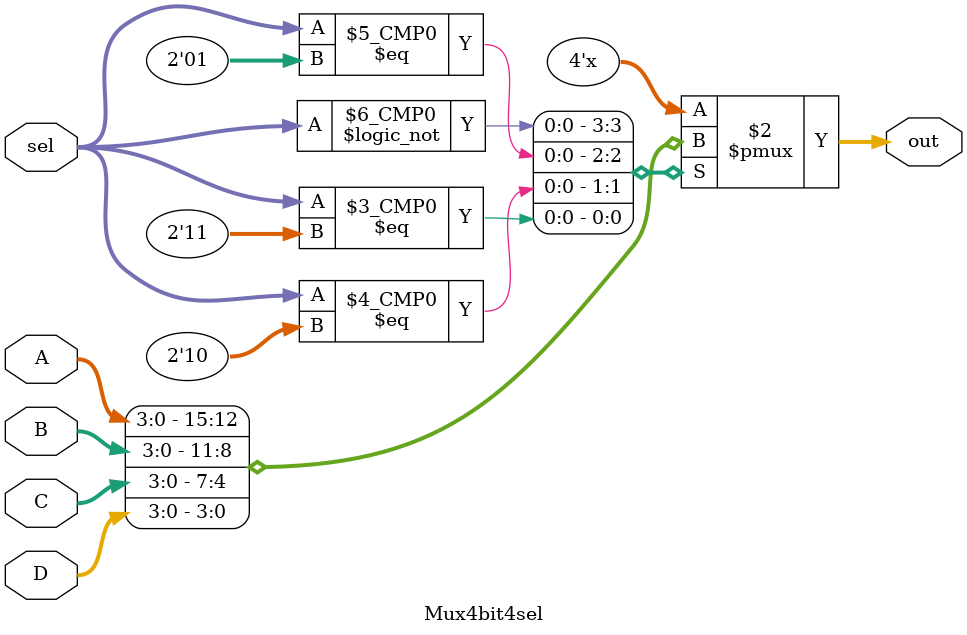
<source format=sv>
`timescale 1ns / 1ps


module Mux4bit4sel(
        input [1:0] sel,
        input [3:0] A,
        input [3:0] B,
        input [3:0] C,
        input [3:0] D,
        output logic [3:0] out
    );
    
    always_comb begin
        case(sel)
            2'b00: out = A;
            2'b01: out = B;
            2'b10: out = C;
            2'b11: out = D;
        endcase
    end
    
endmodule

</source>
